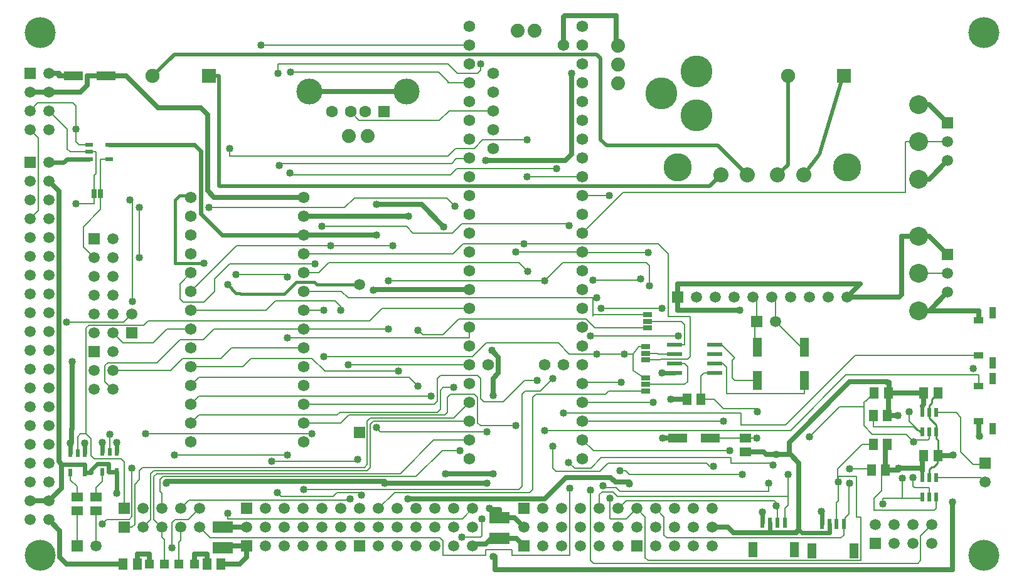
<source format=gtl>
G04 DipTrace 3.3.1.3*
G04 T4RA8875TouchShieldcastellatedV02.gtl*
%MOIN*%
G04 #@! TF.FileFunction,Copper,L1,Top*
G04 #@! TF.Part,Single*
%AMOUTLINE0*
4,1,4,
0.025,-0.0175,
-0.025,-0.0175,
-0.025,0.0175,
0.025,0.0175,
0.025,-0.0175,
0*%
%AMOUTLINE1*
4,1,4,
0.0155,0.0285,
0.0155,-0.0285,
-0.0155,-0.0285,
-0.0155,0.0285,
0.0155,0.0285,
0*%
%AMOUTLINE2*
4,1,4,
-0.010827,0.023622,
0.010827,0.023622,
0.010827,-0.023622,
-0.010827,-0.023622,
-0.010827,0.023622,
0*%
G04 #@! TA.AperFunction,Conductor*
%ADD13C,0.025*%
%ADD14C,0.023622*%
%ADD15C,0.021654*%
%ADD16C,0.008*%
%ADD17C,0.02*%
%ADD18C,0.015*%
%ADD19C,0.01*%
%ADD21R,0.106299X0.062992*%
%ADD23R,0.1X0.05*%
%ADD24R,0.05X0.1*%
%ADD25R,0.051181X0.059055*%
G04 #@! TA.AperFunction,ComponentPad*
%ADD26R,0.059055X0.059055*%
%ADD27C,0.059055*%
%ADD28C,0.17*%
%ADD30R,0.047244X0.07874*%
%ADD31R,0.023622X0.05315*%
G04 #@! TA.AperFunction,ComponentPad*
%ADD32C,0.074*%
%ADD33R,0.047244X0.047244*%
G04 #@! TA.AperFunction,ComponentPad*
%ADD35C,0.1*%
%ADD37R,0.023622X0.043307*%
%ADD38R,0.059055X0.051181*%
%ADD39R,0.025X0.05*%
%ADD41R,0.05X0.025*%
G04 #@! TA.AperFunction,ComponentPad*
%ADD42R,0.074803X0.074803*%
%ADD43C,0.074803*%
%ADD44C,0.06194*%
%ADD46R,0.043307X0.023622*%
%ADD47R,0.07874X0.023622*%
G04 #@! TA.AperFunction,ComponentPad*
%ADD48C,0.074*%
%ADD49C,0.15*%
%ADD50C,0.08*%
%ADD52R,0.021654X0.047244*%
G04 #@! TA.AperFunction,ComponentPad*
%ADD53R,0.062992X0.062992*%
%ADD54C,0.062992*%
%ADD55C,0.137795*%
G04 #@! TA.AperFunction,ViaPad*
%ADD56C,0.04*%
%ADD58C,0.165*%
%ADD131OUTLINE0*%
%ADD132OUTLINE1*%
%ADD133OUTLINE2*%
%FSLAX26Y26*%
G04*
G70*
G90*
G75*
G01*
G04 Top*
%LPD*%
X2308700Y2210700D2*
D13*
X1923700D1*
X2896228Y891728D2*
X2350728D1*
X4714251Y675385D2*
D14*
Y626999D1*
X4569871D1*
X4553871Y642999D1*
D13*
Y997612D1*
X4508869Y1042613D1*
X4501525D1*
X4433070D1*
X4808700Y1880700D2*
X4878700Y1950700D1*
X3908700D1*
Y1810700D1*
X4238700D1*
X3346200Y3070700D2*
Y2641172D1*
X3311200Y2606172D1*
X2888176D1*
X4093700Y655700D2*
X4176090D1*
X4204791Y626999D1*
X4399251D1*
X4537871D1*
X4553871Y642999D1*
X2908700Y755700D2*
Y750700D1*
X2963700D1*
Y705936D1*
X2803700Y1920700D2*
X2293700D1*
Y1915700D1*
X4399251Y680385D2*
D14*
Y626999D1*
X1923700Y2210700D2*
X1488700D1*
X1376483Y2322917D1*
Y2656330D1*
X1342861Y2689952D1*
X889448D1*
X2350728Y891728D2*
D13*
Y900700D1*
X1192228D1*
Y891728D1*
X4433070Y1042613D2*
X4379116D1*
X4366029Y1055700D1*
X4268700D1*
X3908700Y1810700D2*
Y1880700D1*
X2963700Y705936D2*
X3043464D1*
X3093700Y655700D1*
X4808700Y1880700D2*
X5085550D1*
X5098700Y1893850D1*
Y2202550D1*
X5188385D1*
X5208897Y920700D2*
D15*
Y956822D1*
D13*
Y970700D1*
Y1027815D1*
X5216781Y1035700D1*
Y1370700D2*
Y1309707D1*
X5208897Y1301822D1*
D15*
Y1265700D1*
X5028700Y1370700D2*
D13*
X5216781D1*
X5028700D2*
Y1255700D1*
X5023700Y1250700D1*
X5013503Y960700D2*
Y1085503D1*
X5023700Y1095700D1*
X4501525Y1042613D2*
Y1108525D1*
X4823700Y1430700D1*
X5023700D1*
X5018700Y1425700D1*
X5033700D1*
Y1375700D1*
X5028700Y1370700D1*
X5013503Y960700D2*
X5083700D1*
Y970700D1*
X5023700Y1250700D2*
X5079291D1*
X5083700Y970700D2*
X5208897D1*
X5283700Y818330D2*
D16*
Y755700D1*
X5273700Y745700D1*
X4953700D1*
Y810700D1*
X4993700Y850700D1*
Y940897D1*
X5013503Y960700D1*
X5188385Y2902550D2*
D13*
X5246865D1*
X5343700Y2805716D1*
X5188385Y2202550D2*
X5246865D1*
X5343700Y2105716D1*
X568700Y2495850D2*
X620728Y2443822D1*
Y1005857D1*
X636728Y989857D1*
Y863877D1*
X568700Y795850D1*
X1923700Y2410700D2*
X1445794D1*
X1410794Y2445700D1*
Y2850798D1*
X1375794Y2885798D1*
X1149535D1*
X979633Y3055700D1*
X873700D1*
X928700Y835700D2*
D14*
Y950700D1*
X928503D1*
X568700Y795850D2*
D13*
X468700D1*
X2928700Y500700D2*
X2938700D1*
Y430700D1*
X5368700D1*
Y790700D1*
X568700Y2971399D2*
X468700D1*
X873700Y3055700D2*
X771200D1*
Y3006399D1*
X736200Y2971399D1*
X568700D1*
X758503Y945700D2*
D14*
Y989857D1*
X636728D1*
X928503Y950700D2*
X887322D1*
Y994165D1*
X825747D1*
X792125Y960543D1*
Y945700D1*
X758503D1*
X1618700Y655700D2*
D13*
X1493700Y655936D1*
X2477669Y2310700D2*
X1923700D1*
X3653700Y885700D2*
Y895700D1*
X3578700D1*
X3553700Y920700D1*
X3314653D1*
X3201680Y807728D1*
X2476606D1*
X1853700Y3075700D2*
D16*
X2638700D1*
X2688436Y3025964D1*
Y3020700D1*
X2803700D1*
X1983700Y2055700D2*
X1528700D1*
X1448700Y1975700D1*
Y1910700D1*
X1391672Y1853672D1*
X1280731D1*
X1264731Y1869672D1*
Y1951731D1*
X1323700Y2010700D1*
X2395669Y2153672D2*
X2066700D1*
X1566672D1*
X1323700Y1910700D1*
X2118700Y1810700D2*
Y1830700D1*
X2088700Y1860700D1*
X1773728D1*
X1723728Y1810700D1*
X1323700D1*
X1223082Y548200D2*
Y681228D1*
X1239082Y697228D1*
X1310228D1*
X1368700Y755700D1*
X2868700Y700700D2*
Y610700D1*
X2863444Y605444D1*
X2760794D1*
X968700Y655700D2*
X1010228D1*
X1026228Y671700D1*
Y885086D1*
X1050235Y909094D1*
Y957728D1*
X1066235Y973728D1*
X2244228D1*
X2260228Y989728D1*
Y1220700D1*
X2276228Y1236700D1*
X2719700D1*
X2803700Y1320700D1*
X1068700Y655700D2*
X1110228Y697228D1*
Y941728D1*
X1126228Y957728D1*
X2260228D1*
X2276228Y973728D1*
Y1204700D1*
X2292228Y1220700D1*
X2803700D1*
X1696653Y3220700D2*
X2803700D1*
X2862672Y3120700D2*
Y3087291D1*
X2846672Y3071291D1*
X2738109D1*
X2688700Y3120700D1*
X1786704D1*
Y3071291D1*
X1323700Y1310700D2*
X1366676Y1353676D1*
X2599881D1*
X1323700Y1210700D2*
X1366672Y1253672D1*
X2099035D1*
X2114062Y1268700D1*
X2631881D1*
X2647881Y1284700D1*
Y1383672D1*
X2663881Y1399672D1*
X2718700D1*
X1418294Y2355672D2*
X2139511D1*
X2191511Y2407672D1*
X2681735D1*
X2725735Y2363672D1*
X1050228Y2090700D2*
Y2355672D1*
X2818700Y755700D2*
X2764432Y701432D1*
X1517409D1*
Y731228D1*
X1965401Y1153672D2*
X1082231D1*
X3246672Y1087672D2*
Y969728D1*
X3262672Y953728D1*
X3496728D1*
X3538700Y995700D1*
X4063700D1*
X4078700Y980700D1*
X4098700D1*
X1923700Y855700D2*
X1925728Y857728D1*
X3066172D1*
X3082172Y873728D1*
Y1363672D1*
X3098172Y1379672D1*
X3178672D1*
X3246672Y1447672D1*
X3050172Y1195672D2*
X2862672D1*
X2846672Y1211672D1*
Y1347672D1*
X2830672Y1363672D1*
X2702704D1*
X2686704Y1347672D1*
Y1268700D1*
X2670704Y1252700D1*
X2162090D1*
X2120090Y1210700D1*
X1923700D1*
X3050172Y2120700D2*
X3403700D1*
X3753700Y2115700D2*
X3408700D1*
X3403700Y2120700D1*
X5188385Y2005700D2*
X5343684D1*
X5343700Y2005716D1*
X3160728Y1436200D2*
X3095700D1*
X2983672Y1324172D1*
X2878672D1*
X2862672Y1340172D1*
Y1447672D1*
X2846672Y1463672D1*
X2647881D1*
X2631881Y1447672D1*
Y1326700D1*
X2615881Y1310700D1*
X1923700D1*
X3403700Y2220700D2*
X3618700Y2435700D1*
X5120298D1*
Y2705700D1*
X5188385D1*
X5343684D1*
X5343700Y2705716D1*
X3793700Y755700D2*
X3837228Y712172D1*
Y615228D1*
X3853228Y599228D1*
X4776990D1*
X4792991Y615229D1*
Y675385D1*
X3333700Y2260700D2*
Y2270700D1*
X2763700D1*
X2713700Y2220700D1*
X2503582D1*
X2468582Y2255700D1*
X2018700D1*
X3458700Y1970700D2*
X3710700D1*
Y1977731D1*
X4938700Y960700D2*
Y965700D1*
X4823700D1*
Y890700D2*
X4818700D1*
Y725700D1*
X4798700Y705700D1*
Y681094D1*
X4792991Y675385D1*
X3548700Y810700D2*
Y703755D1*
X3553228Y699228D1*
X3637228D1*
X3693700Y755700D1*
X3265704Y2563672D2*
X2736672D1*
X2703700Y2530700D1*
X1848700D1*
Y2540700D1*
X3403700Y2420700D2*
X3544535D1*
X4763700Y895700D2*
Y797039D1*
X4753621Y786960D1*
Y675385D1*
X3693700Y755700D2*
X3737228Y712172D1*
Y495330D1*
X3753228Y479330D1*
X4883700D1*
Y712130D1*
X4858700D1*
Y925700D1*
X4763700D1*
Y895700D1*
X4948897Y1095700D2*
X4888700D1*
X4758700Y965700D1*
Y895700D1*
X4763700D1*
X908700Y1490700D2*
X1217239D1*
X1280212Y1553672D1*
X1483452D1*
X1540480Y1610700D1*
X1923700D1*
X3593700Y755700D2*
X3635228Y797228D1*
X4422621D1*
X4438621Y781228D1*
Y770700D1*
Y680385D1*
X3403700Y2520700D2*
X3109672D1*
X1528700Y2670700D2*
Y2630700D1*
X2688700D1*
X2728700Y2670700D1*
X2827700D1*
X2872672Y2715672D1*
X3109672D1*
X1013700Y1855700D2*
Y2396645D1*
X998224D1*
X4948897Y1250700D2*
Y1195503D1*
X4953700Y1190700D1*
X5163700D1*
X5183700Y1170700D1*
X5201527D1*
X5208897Y1163330D1*
Y818330D2*
Y810700D1*
X5106784D1*
X4998700D1*
Y780700D1*
X4433700Y770700D2*
X4438621D1*
X5208897Y1163330D2*
Y1160700D1*
X5198700D1*
X5138700Y1220700D1*
Y1270700D1*
X5103700Y915700D2*
Y813784D1*
X5106784Y810700D1*
X2371704Y1710700D2*
X1923700D1*
X2371704Y1965672D2*
X3201700D1*
X4495987Y936113D2*
Y820700D1*
X3588700D1*
X3564172Y845228D1*
X3509700D1*
X3493700Y829228D1*
Y755700D1*
X1923700Y1710700D2*
X1446543D1*
X1389515Y1653672D1*
X1265039D1*
X1143594Y1532228D1*
X883172D1*
X867172Y1516228D1*
Y1432228D1*
X908700Y1390700D1*
X3201700Y1965672D2*
X3299700Y2063672D1*
X3742700D1*
X3758700Y2047672D1*
Y1940228D1*
X4495987Y820700D2*
Y774228D1*
X4477991Y756231D1*
Y680385D1*
X5246298Y1163330D2*
Y1128298D1*
X5238700Y1120700D1*
X5153700D1*
X5123700Y1150700D1*
X4943700D1*
X4898700Y1195700D1*
Y1295700D1*
Y1320700D1*
X4903700Y1325700D1*
X4908897D1*
X4953897Y1370700D1*
X4898700Y1295700D2*
X4768700D1*
X4608700Y1135700D1*
X5158700Y920700D2*
Y874952D1*
X5167952Y865700D1*
X5246298D1*
Y818330D1*
X4953897Y1370700D2*
D3*
X5163700Y1110700D2*
X5153700Y1120700D1*
X3738700Y1615700D2*
X3703700D1*
X3673700Y1575700D1*
Y1490700D1*
X3726700Y1452700D1*
X3738700D1*
Y1450700D1*
X2030672Y1563672D2*
X2820672D1*
X2892700Y1635700D1*
X3274704D1*
X3332704Y1577700D1*
X3480535D1*
X2030672Y1810700D2*
X1923700D1*
X3625700Y1577700D2*
X3673700Y1575700D1*
X3480535Y1577700D2*
X3625700D1*
X3748700Y1785700D2*
X3462672D1*
X3458700Y1781728D1*
Y1875700D1*
X3478700D1*
X2158700D1*
X2123700Y1910700D1*
X1923700D1*
X3112728Y2015672D2*
X3064728Y2063672D1*
X2054106D1*
X2001133Y2010700D1*
X1923700D1*
Y2110700D2*
X2715255D1*
X2768228Y2163672D1*
X3093672D1*
X3805728D1*
X3858700Y2110700D1*
Y1777969D1*
X3977070D1*
Y1565511D1*
X3961070Y1549511D1*
X3818606D1*
X3814794Y1545700D1*
X3738700D1*
X718700Y743298D2*
Y555700D1*
X968700Y755700D2*
Y1003976D1*
X952700Y1019976D1*
X808503D1*
X792503Y1035976D1*
Y1128322D1*
X767172Y1153653D1*
Y1716228D1*
X783172Y1732228D1*
X1072598D1*
X1094043Y1753672D1*
X2273239D1*
X2340267Y1820700D1*
X2803700D1*
X767172Y1153653D2*
X737102D1*
X721102Y1137653D1*
Y1051999D1*
X818700Y743298D2*
Y555700D1*
X1834700Y1663672D2*
X2803700D1*
Y1720700D1*
X1834700Y1039735D2*
X1236700Y1039731D1*
X891102Y1150464D2*
Y1056999D1*
X2750700Y1063672D2*
X2658180D1*
X2520235Y925728D1*
X1174228D1*
X1158228Y909728D1*
Y846964D1*
X1168700Y836491D1*
Y755700D1*
X2159381Y1520700D2*
X2803700D1*
X2168700Y805700D2*
Y800700D1*
X1313700D1*
X1268700Y755700D1*
X1183700Y460700D2*
Y589728D1*
X1168700Y604728D1*
Y655700D1*
X1126228Y698172D1*
Y925728D1*
X1142228Y941728D1*
X2434669D1*
X2613641Y1120700D1*
X2803700D1*
X1268700Y655700D2*
Y588231D1*
X1258700Y578231D1*
Y460700D1*
X3330676Y1000700D2*
X3361649Y969728D1*
X3447728D1*
X3503700Y1025700D1*
X4192029D1*
Y995700D1*
X4415070D1*
Y985728D1*
X3337228Y863172D2*
Y505700D1*
X3029209D1*
Y535700D1*
X2888700D1*
Y505700D1*
X2662228D1*
Y583228D1*
X2646228Y599228D1*
X1425172D1*
X1368700Y655700D1*
X4185228Y1063672D2*
X3460728D1*
X3403700Y1120700D1*
X4153228Y1220700D2*
X3403700D1*
X3778700Y1320700D2*
X3403700D1*
X3608700Y1425700D2*
X3403700D1*
Y1420700D1*
X3603700Y955700D2*
X3633700D1*
X3653700Y935700D1*
X4253700D1*
X3446672Y853228D2*
Y479330D1*
X3462672Y463330D1*
X5184228D1*
X5200228Y479330D1*
Y612228D1*
X5258700Y670700D1*
X3512535Y877228D2*
Y865700D1*
X3583700D1*
X3603700Y845700D1*
X4393700D1*
Y890700D1*
X908700Y1690700D2*
X961724Y1637676D1*
X1122354D1*
X1195377Y1710700D1*
X1323700D1*
X1793700Y2580700D2*
Y2590700D1*
X2708700D1*
X2733700Y2615700D1*
X2803700D1*
Y2620700D1*
X1563700Y2000700D2*
X1834700D1*
Y1985672D1*
X2228700Y825700D2*
X2213700Y840700D1*
X2099247D1*
X2079247Y820700D1*
X1801228D1*
X1782700Y839228D1*
X2318700Y755700D2*
X2404728Y841728D1*
X3122814D1*
X3138814Y857728D1*
Y1347672D1*
X3154814Y1363672D1*
X3524625D1*
X3541653Y1380700D1*
X3738700D1*
X1750700Y1007735D2*
X2208700D1*
Y1015700D1*
X2427200Y1485672D2*
X2034672D1*
X1966672Y1553672D1*
X1641688D1*
X1598716Y1510700D1*
X1323700D1*
Y1410700D2*
X1366672Y1453672D1*
X2482291D1*
X2530291Y1405672D1*
Y1703676D2*
X2554294Y1679672D1*
X2660728D1*
X2744728Y1763672D1*
X3422684D1*
X3470657Y1715700D1*
X3748700D1*
X5283700Y1265700D2*
X5388700D1*
X5413700Y1240700D1*
Y1055700D1*
X5478700Y990700D1*
X5538700D1*
X5543700Y995700D1*
X5283700Y920700D2*
X5518700D1*
X5543700Y895700D1*
X963700Y460700D2*
D13*
X661062D1*
X626062Y495700D1*
Y638487D1*
X568700Y695850D1*
X1483700Y460700D2*
X1583700D1*
X1618700Y495700D1*
Y555700D1*
X783149Y2615149D2*
D14*
X664692D1*
X645393Y2595850D1*
X568700D1*
X2963700Y595700D2*
D13*
X2918700D1*
X2888700Y565700D1*
X2843700D1*
X2833700Y555700D1*
X2818700D1*
X698700Y3055700D2*
X620728D1*
Y3071399D1*
X568700D1*
X4359881Y680385D2*
D14*
Y736960D1*
X4674881Y675385D2*
Y740700D1*
X4673700D1*
X3908700Y1130700D2*
D13*
X3828700D1*
X3893700Y1475700D2*
D14*
X3824326D1*
X3958897Y1335700D2*
D13*
X3873700D1*
X853700Y1056999D2*
D14*
Y1108653D1*
X928503Y1056999D2*
Y1108653D1*
X683700Y1051999D2*
Y1103653D1*
X758503Y1051999D2*
Y1103653D1*
X5508700Y1220700D2*
D13*
Y1140700D1*
X5513700D1*
X1618700Y555700D2*
X1507676D1*
X1493700Y545700D1*
X1952243Y2972393D2*
X2469566D1*
X693700Y1535700D2*
Y1180700D1*
X688700Y1175700D1*
Y1108653D1*
X683700Y1103653D1*
X2218700Y1948102D2*
D18*
X1991298D1*
X1978700Y1960700D1*
X1883700D1*
X1818700Y1895700D1*
X1588700D1*
X1583700Y1900700D1*
X1563700D1*
X1518700Y1945700D1*
X1393700Y2060700D2*
X1238700D1*
Y2395700D1*
X1263700Y2420700D1*
X1313700D1*
X1323700Y2410700D1*
X2963700Y595700D2*
D13*
X3053700D1*
X3093700Y555700D1*
X5246298Y920700D2*
D19*
Y963298D1*
X5258700Y975700D1*
X5268700D1*
X5288700Y995700D1*
Y1032815D1*
X5291585Y1035700D1*
X5246298Y1265700D2*
Y1303298D1*
X5258700Y1315700D1*
Y1337815D1*
X5291585Y1370700D1*
Y1035700D2*
D13*
X5368700D1*
X5373700Y1040700D1*
X5291585Y1035700D2*
D19*
Y1119323D1*
X5283700Y1127208D1*
Y1163330D1*
Y1200700D1*
X5246298Y1238102D1*
Y1265700D1*
X5508700Y1755700D2*
D13*
Y1808850D1*
X5188385D1*
Y2508850D2*
X5246834D1*
X5343700Y2605716D1*
X5188385Y1808850D2*
X5246834D1*
X5343700Y1905716D1*
X4583700Y1613200D2*
D16*
X4566200D1*
X4428700Y1750700D1*
Y1860700D1*
X4408700Y1880700D1*
X818700Y818102D2*
Y866043D1*
X853700Y901043D1*
Y950700D1*
X718700Y818102D2*
Y872468D1*
X683700Y907468D1*
Y945700D1*
X4106298Y1625700D2*
X4143700D1*
X4211810Y1557590D1*
X4198700Y1544480D1*
Y1450700D1*
X4213700Y1435700D1*
X4333700D1*
Y1438200D1*
X4106298Y1525700D2*
X4148700D1*
X4168700Y1505700D1*
Y1365700D1*
X4583700D1*
Y1438200D1*
X4277700Y2530700D2*
D17*
X4122700Y2685700D1*
X3530905D1*
X3499982Y2716623D1*
Y3149672D1*
X3478955Y3170700D1*
X1234094D1*
X1119094Y3055700D1*
X4139700Y2530700D2*
X4079700Y2470700D1*
X1473700D1*
Y3055700D1*
X1418306D1*
X4333700Y1270700D2*
D16*
X4338700D1*
Y1285700D1*
X4153700D1*
X4103700Y1335700D1*
X4033700D1*
Y1459700D1*
X4049700Y1475700D1*
X4106298D1*
X4268700Y1130503D2*
X4083700Y1130700D1*
X4328228Y1130503D2*
X4268700D1*
X3893700Y1625700D2*
X3945070D1*
Y1734700D1*
X3929070Y1750700D1*
X3748700D1*
X3893700Y1575700D2*
X3805700D1*
X3800700Y1580700D1*
X3738700D1*
X3893700Y1525700D2*
X3947070D1*
X3963070Y1509700D1*
Y1431700D1*
X3947070Y1415700D1*
X3738700D1*
X4793306Y3055700D2*
D17*
X4786749Y3049142D1*
X4661220Y2640878D1*
X4577700Y2530700D1*
X4494094Y3055700D2*
Y2585094D1*
X4439700Y2530700D1*
X1408897Y460700D2*
D13*
Y512728D1*
X1341377D1*
Y460700D1*
X1038503D2*
Y512728D1*
X1101023D1*
Y460700D1*
X3303700Y1263672D2*
D16*
X4246343D1*
Y1200700D1*
X4483700D1*
X4853700Y1570700D1*
X5508700D1*
X3203700Y1169700D2*
X4507700D1*
X4803700Y1465700D1*
X5508700D1*
Y1405700D1*
X4333700Y1613200D2*
Y1630700D1*
X4318700Y1615700D1*
Y1760700D1*
X4328700Y1750700D1*
Y1860700D1*
X4308700Y1880700D1*
X663231Y1748228D2*
X966228D1*
X1008700Y1790700D1*
X783149Y2689952D2*
X729094D1*
X713094Y2705952D1*
Y2775271D1*
Y2896928D1*
X697094Y2912928D1*
X510229D1*
X468700Y2871399D1*
X1010228Y970322D2*
Y713228D1*
X994228Y697228D1*
X874220D1*
X850700Y673708D1*
X889448Y2615149D2*
X843700D1*
Y2430700D1*
Y2347314D1*
X751172Y2254787D1*
Y2148228D1*
X808700Y2090700D1*
X711901Y2377700D2*
X808267D1*
Y2430700D1*
X783149Y2652550D2*
X681098D1*
X665094Y2668554D1*
Y2775006D1*
X568700Y2871399D1*
X808267Y2430700D2*
Y2527948D1*
X818806Y2538487D1*
Y2652550D1*
X783149D1*
X468700Y2295850D2*
X512228Y2339377D1*
Y2727872D1*
X468700Y2771399D1*
X3445401Y1675204D2*
X3913070D1*
X3503700Y1820700D2*
X3826700D1*
X2171535Y2865700D2*
X2217031Y2820204D1*
X2643920D1*
X2694417Y2870700D1*
X2928700D1*
X2894228Y1163672D2*
X2330255D1*
X2308228Y1185700D1*
X3303700Y3220700D2*
D13*
Y3370700D1*
X3308700Y3375700D1*
X3583700D1*
Y3225700D1*
X3593700Y3215700D1*
X2309098Y2373672D2*
X2547704D1*
X2666676Y2254700D1*
X2930672Y941728D2*
X2676204D1*
X2923700Y1595700D2*
X2957172Y1562228D1*
Y1477172D1*
X2928228Y1448228D1*
Y1358172D1*
D56*
X2928700Y500700D3*
X5368700Y790700D3*
X1853700Y3075700D3*
X3753700Y2115700D3*
X4823700Y965700D3*
Y890700D3*
X4998700Y780700D3*
X4433700Y770700D3*
X4608700Y1135700D3*
X3603700Y955700D3*
X4253700Y935700D3*
X693700Y1535700D3*
X1518700Y1945700D3*
X1393700Y2060700D3*
X5373700Y1040700D3*
D58*
X521062Y508062D3*
X521932Y3287590D3*
X5536810Y508062D3*
Y3287590D3*
D56*
X4359881Y736960D3*
X4673700Y740700D3*
X3828700Y1130700D3*
X3824326Y1475700D3*
X3873700Y1335700D3*
X853700Y1108653D3*
X928503D3*
X683700Y1103653D3*
X758503D3*
X5513700Y1140700D3*
X5478700Y1500700D3*
X2350728Y891728D3*
X4433070Y1042613D3*
X4238700Y1810700D3*
X2888176Y2606172D3*
X3346200Y3070700D3*
X1192228Y891728D3*
X2908700Y755700D3*
X2896228Y891728D3*
X2308700Y2210700D3*
X2293700Y1915700D3*
X928700Y835700D3*
X2477669Y2310700D3*
X2476606Y807728D3*
X3653700Y885700D3*
X1983700Y2055700D3*
X2395669Y2153672D3*
X2066700D3*
X2118700Y1810700D3*
X1223082Y548200D3*
X2760794Y605444D3*
X2868700Y700700D3*
X1696653Y3220700D3*
X1786704Y3071291D3*
X2862672Y3120700D3*
X2599881Y1353676D3*
X2718700Y1399672D3*
X2725735Y2363672D3*
X1418294Y2355672D3*
X1050228D3*
Y2090700D3*
X1517409Y731228D3*
X1082231Y1153672D3*
X1965401D3*
X3246672Y1447672D3*
X1923700Y855700D3*
X4098700Y980700D3*
X3246672Y1087672D3*
X3050172Y1195672D3*
Y2120700D3*
X3160728Y1436200D3*
X2018700Y2255700D3*
X3333700Y2260700D3*
X3710700Y1977731D3*
X3458700Y1970700D3*
X1848700Y2540700D3*
X3265704Y2563672D3*
X3544535Y2420700D3*
X3548700Y810700D3*
X4763700Y895700D3*
X3109672Y2520700D3*
Y2715672D3*
X1528700Y2670700D3*
X998224Y2396645D3*
X1013700Y1855700D3*
X3758700Y1940228D3*
X4495987Y936113D3*
X2371704Y1965672D3*
Y1710700D3*
X3201700Y1965672D3*
X2030672Y1810700D3*
Y1563672D3*
X3625700Y1577700D3*
X3480535D3*
X3478700Y1875700D3*
X3112728Y2015672D3*
X3093672Y2163672D3*
X1834700Y1663672D3*
Y1039735D3*
X891102Y1150464D3*
X1236700Y1039731D3*
X2750700Y1063672D3*
X2159381Y1520700D3*
X2168700Y805700D3*
X4415070Y985728D3*
X3330676Y1000700D3*
X3337228Y863172D3*
X4185228Y1063672D3*
X4153228Y1220700D3*
X3778700Y1320700D3*
X3608700Y1425700D3*
X3446672Y853228D3*
X4393700Y890700D3*
X3512535Y877228D3*
X1782700Y839228D3*
X2228700Y825700D3*
X1793700Y2580700D3*
X1834700Y1985672D3*
X1563700Y2000700D3*
X2208700Y1015700D3*
X1750700Y1007735D3*
X2427200Y1485672D3*
X2530291Y1405672D3*
Y1703676D3*
X4333700Y1270700D3*
X4328228Y1130503D3*
X3303700Y1263672D3*
X3203700Y1169700D3*
X663231Y1748228D3*
X713094Y2775271D3*
X850700Y673708D3*
X1010228Y970322D3*
X711901Y2377700D3*
X3913070Y1675204D3*
X3445401D3*
X3826700Y1820700D3*
X3503700D3*
X2308228Y1185700D3*
X2894228Y1163672D3*
X2666676Y2254700D3*
X2676204Y941728D3*
X2930672D3*
X2928228Y1358172D3*
X2923700Y1595700D3*
X2309098Y2373672D3*
X5079291Y1250700D3*
X5083700Y970700D3*
X5138700Y1270700D3*
X5103700Y915700D3*
X5158700Y920700D3*
X5163700Y1110700D3*
D21*
X2963700Y595700D3*
Y705936D3*
X1493700Y545700D3*
Y655936D3*
D23*
X873700Y3055700D3*
X698700D3*
D24*
X4583700Y1438200D3*
Y1613200D3*
D25*
X5216781Y1370700D3*
X5291585D3*
X5216781Y1035700D3*
X5291585D3*
D24*
X4333700Y1438200D3*
Y1613200D3*
D23*
X4083700Y1130700D3*
X3908700D3*
D25*
X4033700Y1335700D3*
X3958897D3*
D26*
X5543700Y995700D3*
D27*
Y895700D3*
D28*
X4008700Y2845700D3*
Y3081920D3*
X3823661Y2963810D3*
D26*
X4958700Y570700D3*
D27*
Y670700D3*
X5058700Y570700D3*
Y670700D3*
X5158700Y570700D3*
Y670700D3*
X5258700Y570700D3*
Y670700D3*
D26*
X1618700Y755700D3*
D27*
X1718700D3*
X1818700D3*
X1918700D3*
X2018700D3*
X2118700D3*
X2218700D3*
X2318700D3*
X2418700D3*
X2518700D3*
X2618700D3*
X2718700D3*
X2818700D3*
D26*
X3093700D3*
D27*
X3193700D3*
X3293700D3*
X3393700D3*
X3493700D3*
X3593700D3*
X3693700D3*
X3793700D3*
X3893700D3*
X3993700D3*
X4093700D3*
D26*
X4328700Y1750700D3*
D27*
X4428700D3*
D26*
X968700Y755700D3*
D27*
X1068700D3*
X1168700D3*
X1268700D3*
X1368700D3*
D26*
X968700Y655700D3*
D27*
X1068700D3*
X1168700D3*
X1268700D3*
X1368700D3*
D26*
X2218700Y1160700D3*
D27*
Y1948102D3*
D26*
X808700Y1590700D3*
D27*
X908700D3*
X808700Y1490700D3*
X908700D3*
X808700Y1390700D3*
X908700D3*
D26*
X808700Y2190700D3*
D27*
X908700D3*
X808700Y2090700D3*
X908700D3*
X808700Y1990700D3*
X908700D3*
X808700Y1890700D3*
X908700D3*
X808700Y1790700D3*
X908700D3*
X808700Y1690700D3*
X908700D3*
D26*
X468700Y2595850D3*
D27*
X568700D3*
X468700Y2495850D3*
X568700D3*
X468700Y2395850D3*
X568700D3*
X468700Y2295850D3*
X568700D3*
X468700Y2195850D3*
X568700D3*
X468700Y2095850D3*
X568700D3*
X468700Y1995850D3*
X568700D3*
X468700Y1895850D3*
X568700D3*
X468700Y1795850D3*
X568700D3*
X468700Y1695850D3*
X568700D3*
X468700Y1595850D3*
X568700D3*
X468700Y1495850D3*
X568700D3*
X468700Y1395850D3*
X568700D3*
X468700Y1295850D3*
X568700D3*
X468700Y1195850D3*
X568700D3*
X468700Y1095850D3*
X568700D3*
X468700Y995850D3*
X568700D3*
X468700Y895850D3*
X568700D3*
X468700Y795850D3*
X568700D3*
X468700Y695850D3*
X568700D3*
D26*
X468700Y3071399D3*
D27*
X568700D3*
X468700Y2971399D3*
X568700D3*
X468700Y2871399D3*
X568700D3*
X468700Y2771399D3*
X568700D3*
D30*
X4308700Y535700D3*
X4529172D3*
D31*
X4359881Y680385D3*
X4399251D3*
X4438621D3*
X4477991D3*
D30*
X4623700Y530700D3*
X4844172D3*
D31*
X4674881Y675385D3*
X4714251D3*
X4753621D3*
X4792991D3*
D26*
X1008700Y1690700D3*
D27*
Y1790700D3*
D32*
X2163700Y2735700D3*
X2263700D3*
D33*
X1183700Y460700D3*
X1101023D3*
X1258700D3*
X1341377D3*
D131*
X5508700Y1570700D3*
Y1755700D3*
D132*
X5583200Y1530200D3*
Y1796200D3*
D35*
X5188385Y1808850D3*
Y2005700D3*
Y2202550D3*
Y2508850D3*
Y2705700D3*
Y2902550D3*
D26*
X3093700Y555700D3*
D27*
Y655700D3*
X3193700Y555700D3*
Y655700D3*
X3293700Y555700D3*
Y655700D3*
X3393700Y555700D3*
Y655700D3*
X3493700Y555700D3*
Y655700D3*
X3593700Y555700D3*
Y655700D3*
D26*
X3693700Y555700D3*
D27*
Y655700D3*
X3793700Y555700D3*
Y655700D3*
X3893700Y555700D3*
Y655700D3*
X3993700Y555700D3*
Y655700D3*
X4093700Y555700D3*
Y655700D3*
D26*
X1618700Y555700D3*
D27*
Y655700D3*
X1718700Y555700D3*
Y655700D3*
X1818700Y555700D3*
Y655700D3*
X1918700Y555700D3*
Y655700D3*
X2018700Y555700D3*
Y655700D3*
X2118700Y555700D3*
Y655700D3*
D26*
X2218700Y555700D3*
D27*
Y655700D3*
X2318700Y555700D3*
Y655700D3*
X2418700Y555700D3*
Y655700D3*
X2518700Y555700D3*
Y655700D3*
X2618700Y555700D3*
Y655700D3*
X2718700Y555700D3*
Y655700D3*
X2818700Y555700D3*
Y655700D3*
D131*
X5508700Y1220700D3*
Y1405700D3*
D132*
X5583200Y1180200D3*
Y1446200D3*
D25*
X5013503Y960700D3*
X4938700D3*
X5023700Y1095700D3*
X4948897D3*
X5023700Y1250700D3*
X4948897D3*
X5028700Y1370700D3*
X4953897D3*
D32*
X3593700Y3215700D3*
Y3115700D3*
Y3015700D3*
D37*
X758503Y1051999D3*
X721102D3*
X683700D3*
Y945700D3*
X758503D3*
X928503Y1056999D3*
X891102D3*
X853700D3*
Y950700D3*
X928503D3*
D25*
X1483700Y460700D3*
X1408897D3*
D26*
X5343700Y2105716D3*
D27*
Y2005716D3*
Y1905716D3*
D38*
X718700Y743298D3*
Y818102D3*
X818700Y743298D3*
Y818102D3*
X4268700Y1055700D3*
Y1130503D3*
D26*
X5343700Y2805716D3*
D27*
Y2705716D3*
Y2605716D3*
D25*
X963700Y460700D3*
X1038503D3*
D39*
X843700Y2430700D3*
X808267D3*
D41*
X3748700Y1715700D3*
Y1750700D3*
Y1785700D3*
X3738700Y1380700D3*
Y1415700D3*
Y1450700D3*
Y1545700D3*
Y1580700D3*
Y1615700D3*
D42*
X1418306Y3055700D3*
D43*
X1119094D3*
D42*
X4793306D3*
D43*
X4494094D3*
D44*
X1323700Y2410700D3*
Y2310700D3*
Y2210700D3*
Y2110700D3*
Y2010700D3*
Y1910700D3*
Y1810700D3*
Y1710700D3*
Y1610700D3*
Y1510700D3*
Y1410700D3*
Y1310700D3*
Y1210700D3*
Y1110700D3*
X1923700D3*
Y1210700D3*
Y1310700D3*
Y1410700D3*
Y1510700D3*
Y1610700D3*
Y1710700D3*
Y1810700D3*
Y1910700D3*
Y2010700D3*
Y2110700D3*
Y2210700D3*
Y2310700D3*
Y2410700D3*
D46*
X783149Y2689952D3*
Y2652550D3*
Y2615149D3*
X889448D3*
Y2689952D3*
D47*
X3893700Y1625700D3*
Y1575700D3*
Y1525700D3*
Y1475700D3*
X4106298D3*
Y1525700D3*
Y1575700D3*
Y1625700D3*
D44*
X2803700Y3320700D3*
Y3220700D3*
Y3120700D3*
Y3020700D3*
Y2920700D3*
Y2820700D3*
Y2720700D3*
Y2620700D3*
Y2520700D3*
Y2420700D3*
Y2320700D3*
Y2220700D3*
Y2120700D3*
Y2020700D3*
X2903700Y1520700D3*
X3303700Y3220700D3*
D48*
X3148700Y3298700D3*
X3058700D3*
D44*
X3403700Y1720700D3*
Y2020700D3*
Y2120700D3*
Y2220700D3*
Y2320700D3*
Y2420700D3*
Y2520700D3*
Y2620700D3*
Y2720700D3*
Y2820700D3*
Y2920700D3*
Y3020700D3*
Y3120700D3*
Y3220700D3*
Y3320700D3*
X3303700Y1520700D3*
X2928700Y3070700D3*
Y2970700D3*
Y2870700D3*
X2803700Y1420700D3*
Y1320700D3*
Y1520700D3*
Y1620700D3*
Y1720700D3*
Y1820700D3*
Y1220700D3*
Y1120700D3*
Y1020700D3*
X3403700D3*
X2803700Y1920700D3*
X3403700Y1120700D3*
Y1920700D3*
Y1220700D3*
Y1420700D3*
Y1520700D3*
Y1620700D3*
Y1320700D3*
Y1820700D3*
X3203700Y1520700D3*
X2928700Y2770700D3*
Y2670700D3*
D27*
X4008700Y1880700D3*
X4108700D3*
X4208700D3*
D26*
X3908700D3*
D27*
X4708700D3*
X4608700D3*
X4508700D3*
X4808700D3*
X4308700D3*
X4408700D3*
D49*
X3908700Y2570700D3*
X4808700D3*
D50*
X4139700Y2530700D3*
X4577700D3*
X4277700D3*
X4439700D3*
D52*
X5283700Y1265700D3*
X5246298D3*
X5208897D3*
Y1163330D3*
X5283700D3*
D133*
X5246298D3*
D52*
X5283700Y920700D3*
X5246298D3*
X5208897D3*
Y818330D3*
X5283700D3*
D133*
X5246298D3*
D53*
X2348700Y2865700D3*
D54*
X2250275D3*
X2171535D3*
X2073109D3*
D55*
X2469566Y2972393D3*
X1952243D3*
D26*
X718700Y555700D3*
D27*
X818700D3*
M02*

</source>
